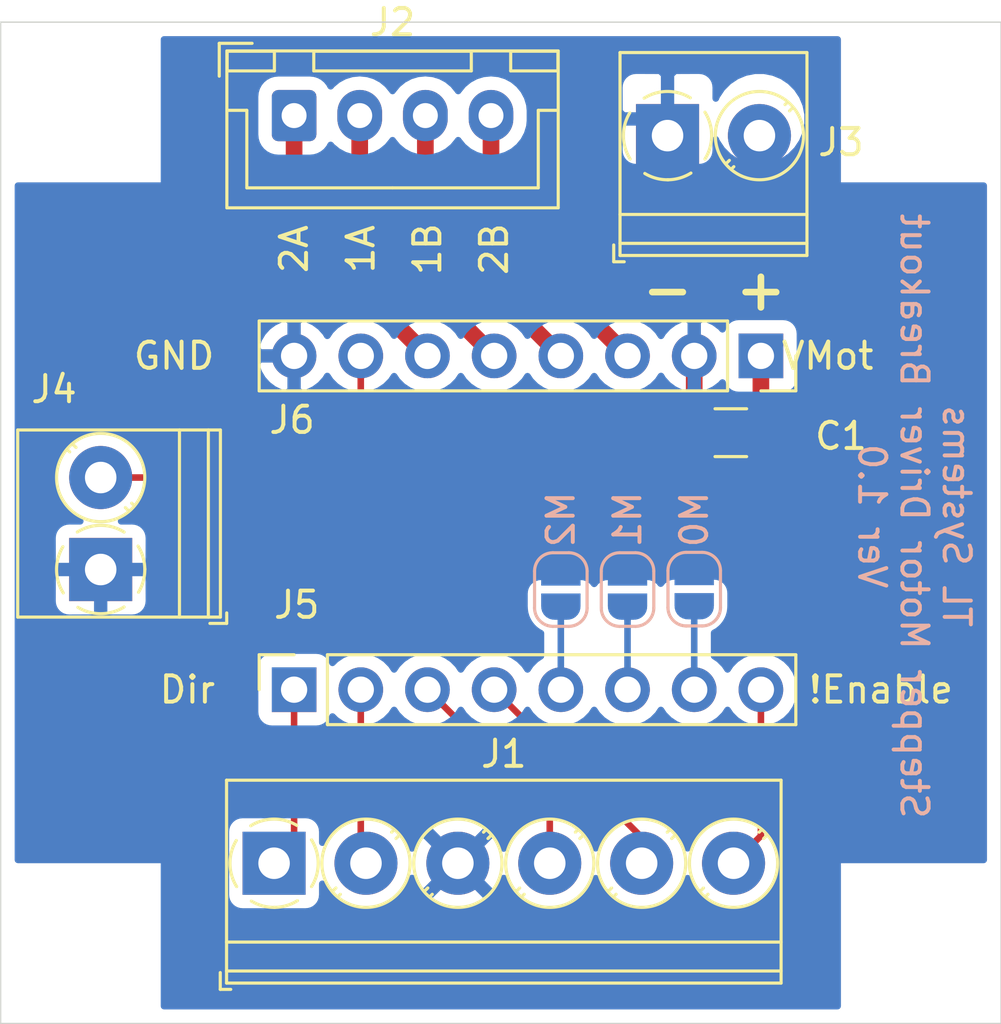
<source format=kicad_pcb>
(kicad_pcb (version 20171130) (host pcbnew "(5.1.5)-3")

  (general
    (thickness 1.6)
    (drawings 15)
    (tracks 30)
    (zones 0)
    (modules 14)
    (nets 16)
  )

  (page A4)
  (layers
    (0 F.Cu signal)
    (31 B.Cu signal)
    (36 B.SilkS user)
    (37 F.SilkS user)
    (38 B.Mask user)
    (39 F.Mask user hide)
    (44 Edge.Cuts user)
    (45 Margin user hide)
    (46 B.CrtYd user hide)
    (47 F.CrtYd user)
    (48 B.Fab user hide)
    (49 F.Fab user hide)
  )

  (setup
    (last_trace_width 0.25)
    (user_trace_width 0.635)
    (user_trace_width 1.27)
    (trace_clearance 0.2)
    (zone_clearance 0.508)
    (zone_45_only no)
    (trace_min 0.2)
    (via_size 0.8)
    (via_drill 0.4)
    (via_min_size 0.4)
    (via_min_drill 0.3)
    (uvia_size 0.3)
    (uvia_drill 0.1)
    (uvias_allowed no)
    (uvia_min_size 0.2)
    (uvia_min_drill 0.1)
    (edge_width 0.05)
    (segment_width 0.2)
    (pcb_text_width 0.3)
    (pcb_text_size 1.5 1.5)
    (mod_edge_width 0.12)
    (mod_text_size 1 1)
    (mod_text_width 0.15)
    (pad_size 1.524 1.524)
    (pad_drill 0.762)
    (pad_to_mask_clearance 0.051)
    (solder_mask_min_width 0.25)
    (aux_axis_origin 0 0)
    (visible_elements 7FFFF7FF)
    (pcbplotparams
      (layerselection 0x010f0_ffffffff)
      (usegerberextensions false)
      (usegerberattributes false)
      (usegerberadvancedattributes false)
      (creategerberjobfile false)
      (excludeedgelayer true)
      (linewidth 0.100000)
      (plotframeref false)
      (viasonmask false)
      (mode 1)
      (useauxorigin false)
      (hpglpennumber 1)
      (hpglpenspeed 20)
      (hpglpendiameter 15.000000)
      (psnegative false)
      (psa4output false)
      (plotreference true)
      (plotvalue true)
      (plotinvisibletext false)
      (padsonsilk false)
      (subtractmaskfromsilk false)
      (outputformat 1)
      (mirror false)
      (drillshape 0)
      (scaleselection 1)
      (outputdirectory "Gerbers/"))
  )

  (net 0 "")
  (net 1 /VMOT)
  (net 2 /GND)
  (net 3 /STEP)
  (net 4 /DIR)
  (net 5 /~SLEEP)
  (net 6 /~ENABLE)
  (net 7 /~RESET)
  (net 8 /~FAULT)
  (net 9 /A2)
  (net 10 /A1)
  (net 11 /B1)
  (net 12 /B2)
  (net 13 /M0)
  (net 14 /M1)
  (net 15 /M2)

  (net_class Default "This is the default net class."
    (clearance 0.2)
    (trace_width 0.25)
    (via_dia 0.8)
    (via_drill 0.4)
    (uvia_dia 0.3)
    (uvia_drill 0.1)
    (add_net /A1)
    (add_net /A2)
    (add_net /B1)
    (add_net /B2)
    (add_net /DIR)
    (add_net /GND)
    (add_net /M0)
    (add_net /M1)
    (add_net /M2)
    (add_net /STEP)
    (add_net /VMOT)
    (add_net /~ENABLE)
    (add_net /~FAULT)
    (add_net /~RESET)
    (add_net /~SLEEP)
  )

  (module Connector_JST:JST_XH_B4B-XH-A_1x04_P2.50mm_Vertical (layer F.Cu) (tedit 5C28146C) (tstamp 5E9516BB)
    (at 143.256 82.296)
    (descr "JST XH series connector, B4B-XH-A (http://www.jst-mfg.com/product/pdf/eng/eXH.pdf), generated with kicad-footprint-generator")
    (tags "connector JST XH vertical")
    (path /5E96414F)
    (fp_text reference J2 (at 3.75 -3.55) (layer F.SilkS)
      (effects (font (size 1 1) (thickness 0.15)))
    )
    (fp_text value Conn_01x04_Male (at 3.75 4.6) (layer F.Fab)
      (effects (font (size 1 1) (thickness 0.15)))
    )
    (fp_text user %R (at 3.75 2.7) (layer F.Fab)
      (effects (font (size 1 1) (thickness 0.15)))
    )
    (fp_line (start -2.85 -2.75) (end -2.85 -1.5) (layer F.SilkS) (width 0.12))
    (fp_line (start -1.6 -2.75) (end -2.85 -2.75) (layer F.SilkS) (width 0.12))
    (fp_line (start 9.3 2.75) (end 3.75 2.75) (layer F.SilkS) (width 0.12))
    (fp_line (start 9.3 -0.2) (end 9.3 2.75) (layer F.SilkS) (width 0.12))
    (fp_line (start 10.05 -0.2) (end 9.3 -0.2) (layer F.SilkS) (width 0.12))
    (fp_line (start -1.8 2.75) (end 3.75 2.75) (layer F.SilkS) (width 0.12))
    (fp_line (start -1.8 -0.2) (end -1.8 2.75) (layer F.SilkS) (width 0.12))
    (fp_line (start -2.55 -0.2) (end -1.8 -0.2) (layer F.SilkS) (width 0.12))
    (fp_line (start 10.05 -2.45) (end 8.25 -2.45) (layer F.SilkS) (width 0.12))
    (fp_line (start 10.05 -1.7) (end 10.05 -2.45) (layer F.SilkS) (width 0.12))
    (fp_line (start 8.25 -1.7) (end 10.05 -1.7) (layer F.SilkS) (width 0.12))
    (fp_line (start 8.25 -2.45) (end 8.25 -1.7) (layer F.SilkS) (width 0.12))
    (fp_line (start -0.75 -2.45) (end -2.55 -2.45) (layer F.SilkS) (width 0.12))
    (fp_line (start -0.75 -1.7) (end -0.75 -2.45) (layer F.SilkS) (width 0.12))
    (fp_line (start -2.55 -1.7) (end -0.75 -1.7) (layer F.SilkS) (width 0.12))
    (fp_line (start -2.55 -2.45) (end -2.55 -1.7) (layer F.SilkS) (width 0.12))
    (fp_line (start 6.75 -2.45) (end 0.75 -2.45) (layer F.SilkS) (width 0.12))
    (fp_line (start 6.75 -1.7) (end 6.75 -2.45) (layer F.SilkS) (width 0.12))
    (fp_line (start 0.75 -1.7) (end 6.75 -1.7) (layer F.SilkS) (width 0.12))
    (fp_line (start 0.75 -2.45) (end 0.75 -1.7) (layer F.SilkS) (width 0.12))
    (fp_line (start 0 -1.35) (end 0.625 -2.35) (layer F.Fab) (width 0.1))
    (fp_line (start -0.625 -2.35) (end 0 -1.35) (layer F.Fab) (width 0.1))
    (fp_line (start 10.45 -2.85) (end -2.95 -2.85) (layer F.CrtYd) (width 0.05))
    (fp_line (start 10.45 3.9) (end 10.45 -2.85) (layer F.CrtYd) (width 0.05))
    (fp_line (start -2.95 3.9) (end 10.45 3.9) (layer F.CrtYd) (width 0.05))
    (fp_line (start -2.95 -2.85) (end -2.95 3.9) (layer F.CrtYd) (width 0.05))
    (fp_line (start 10.06 -2.46) (end -2.56 -2.46) (layer F.SilkS) (width 0.12))
    (fp_line (start 10.06 3.51) (end 10.06 -2.46) (layer F.SilkS) (width 0.12))
    (fp_line (start -2.56 3.51) (end 10.06 3.51) (layer F.SilkS) (width 0.12))
    (fp_line (start -2.56 -2.46) (end -2.56 3.51) (layer F.SilkS) (width 0.12))
    (fp_line (start 9.95 -2.35) (end -2.45 -2.35) (layer F.Fab) (width 0.1))
    (fp_line (start 9.95 3.4) (end 9.95 -2.35) (layer F.Fab) (width 0.1))
    (fp_line (start -2.45 3.4) (end 9.95 3.4) (layer F.Fab) (width 0.1))
    (fp_line (start -2.45 -2.35) (end -2.45 3.4) (layer F.Fab) (width 0.1))
    (pad 4 thru_hole oval (at 7.5 0) (size 1.7 1.95) (drill 0.95) (layers *.Cu *.Mask)
      (net 12 /B2))
    (pad 3 thru_hole oval (at 5 0) (size 1.7 1.95) (drill 0.95) (layers *.Cu *.Mask)
      (net 11 /B1))
    (pad 2 thru_hole oval (at 2.5 0) (size 1.7 1.95) (drill 0.95) (layers *.Cu *.Mask)
      (net 10 /A1))
    (pad 1 thru_hole roundrect (at 0 0) (size 1.7 1.95) (drill 0.95) (layers *.Cu *.Mask) (roundrect_rratio 0.147059)
      (net 9 /A2))
    (model ${KISYS3DMOD}/Connector_JST.3dshapes/JST_XH_B4B-XH-A_1x04_P2.50mm_Vertical.wrl
      (at (xyz 0 0 0))
      (scale (xyz 1 1 1))
      (rotate (xyz 0 0 0))
    )
  )

  (module TerminalBlock_Phoenix:TerminalBlock_Phoenix_PT-1,5-2-3.5-H_1x02_P3.50mm_Horizontal (layer F.Cu) (tedit 5B294F3F) (tstamp 5E9503F1)
    (at 135.89 99.568 90)
    (descr "Terminal Block Phoenix PT-1,5-2-3.5-H, 2 pins, pitch 3.5mm, size 7x7.6mm^2, drill diamater 1.2mm, pad diameter 2.4mm, see , script-generated using https://github.com/pointhi/kicad-footprint-generator/scripts/TerminalBlock_Phoenix")
    (tags "THT Terminal Block Phoenix PT-1,5-2-3.5-H pitch 3.5mm size 7x7.6mm^2 drill 1.2mm pad 2.4mm")
    (path /5E950DC1)
    (fp_text reference J4 (at 6.858 -1.778 180) (layer F.SilkS)
      (effects (font (size 1 1) (thickness 0.15)))
    )
    (fp_text value Screw_Terminal_01x02 (at 1.75 5.56 90) (layer F.Fab)
      (effects (font (size 1 1) (thickness 0.15)))
    )
    (fp_text user %R (at 1.75 2.4 90) (layer F.Fab)
      (effects (font (size 1 1) (thickness 0.15)))
    )
    (fp_line (start 5.75 -3.6) (end -2.25 -3.6) (layer F.CrtYd) (width 0.05))
    (fp_line (start 5.75 5) (end 5.75 -3.6) (layer F.CrtYd) (width 0.05))
    (fp_line (start -2.25 5) (end 5.75 5) (layer F.CrtYd) (width 0.05))
    (fp_line (start -2.25 -3.6) (end -2.25 5) (layer F.CrtYd) (width 0.05))
    (fp_line (start -2.05 4.8) (end -1.65 4.8) (layer F.SilkS) (width 0.12))
    (fp_line (start -2.05 4.16) (end -2.05 4.8) (layer F.SilkS) (width 0.12))
    (fp_line (start 2.355 0.941) (end 2.226 1.069) (layer F.SilkS) (width 0.12))
    (fp_line (start 4.57 -1.275) (end 4.476 -1.181) (layer F.SilkS) (width 0.12))
    (fp_line (start 2.525 1.181) (end 2.431 1.274) (layer F.SilkS) (width 0.12))
    (fp_line (start 4.775 -1.069) (end 4.646 -0.941) (layer F.SilkS) (width 0.12))
    (fp_line (start 4.455 -1.138) (end 2.363 0.955) (layer F.Fab) (width 0.1))
    (fp_line (start 4.638 -0.955) (end 2.546 1.138) (layer F.Fab) (width 0.1))
    (fp_line (start 0.955 -1.138) (end -1.138 0.955) (layer F.Fab) (width 0.1))
    (fp_line (start 1.138 -0.955) (end -0.955 1.138) (layer F.Fab) (width 0.1))
    (fp_line (start 5.31 -3.16) (end 5.31 4.56) (layer F.SilkS) (width 0.12))
    (fp_line (start -1.81 -3.16) (end -1.81 4.56) (layer F.SilkS) (width 0.12))
    (fp_line (start -1.81 4.56) (end 5.31 4.56) (layer F.SilkS) (width 0.12))
    (fp_line (start -1.81 -3.16) (end 5.31 -3.16) (layer F.SilkS) (width 0.12))
    (fp_line (start -1.81 3) (end 5.31 3) (layer F.SilkS) (width 0.12))
    (fp_line (start -1.75 3) (end 5.25 3) (layer F.Fab) (width 0.1))
    (fp_line (start -1.81 4.1) (end 5.31 4.1) (layer F.SilkS) (width 0.12))
    (fp_line (start -1.75 4.1) (end 5.25 4.1) (layer F.Fab) (width 0.1))
    (fp_line (start -1.75 4.1) (end -1.75 -3.1) (layer F.Fab) (width 0.1))
    (fp_line (start -1.35 4.5) (end -1.75 4.1) (layer F.Fab) (width 0.1))
    (fp_line (start 5.25 4.5) (end -1.35 4.5) (layer F.Fab) (width 0.1))
    (fp_line (start 5.25 -3.1) (end 5.25 4.5) (layer F.Fab) (width 0.1))
    (fp_line (start -1.75 -3.1) (end 5.25 -3.1) (layer F.Fab) (width 0.1))
    (fp_circle (center 3.5 0) (end 5.18 0) (layer F.SilkS) (width 0.12))
    (fp_circle (center 3.5 0) (end 5 0) (layer F.Fab) (width 0.1))
    (fp_circle (center 0 0) (end 1.5 0) (layer F.Fab) (width 0.1))
    (fp_arc (start 0 0) (end -0.866 1.44) (angle -32) (layer F.SilkS) (width 0.12))
    (fp_arc (start 0 0) (end -1.44 -0.866) (angle -63) (layer F.SilkS) (width 0.12))
    (fp_arc (start 0 0) (end 0.866 -1.44) (angle -63) (layer F.SilkS) (width 0.12))
    (fp_arc (start 0 0) (end 1.425 0.891) (angle -64) (layer F.SilkS) (width 0.12))
    (fp_arc (start 0 0) (end 0 1.68) (angle -32) (layer F.SilkS) (width 0.12))
    (pad 2 thru_hole circle (at 3.5 0 90) (size 2.4 2.4) (drill 1.2) (layers *.Cu *.Mask)
      (net 8 /~FAULT))
    (pad 1 thru_hole rect (at 0 0 90) (size 2.4 2.4) (drill 1.2) (layers *.Cu *.Mask)
      (net 2 /GND))
    (model ${KISYS3DMOD}/TerminalBlock_Phoenix.3dshapes/TerminalBlock_Phoenix_PT-1,5-2-3.5-H_1x02_P3.50mm_Horizontal.wrl
      (at (xyz 0 0 0))
      (scale (xyz 1 1 1))
      (rotate (xyz 0 0 0))
    )
  )

  (module TerminalBlock_Phoenix:TerminalBlock_Phoenix_PT-1,5-6-3.5-H_1x06_P3.50mm_Horizontal (layer F.Cu) (tedit 5B294F41) (tstamp 5E95030F)
    (at 142.494 110.744)
    (descr "Terminal Block Phoenix PT-1,5-6-3.5-H, 6 pins, pitch 3.5mm, size 21x7.6mm^2, drill diamater 1.2mm, pad diameter 2.4mm, see , script-generated using https://github.com/pointhi/kicad-footprint-generator/scripts/TerminalBlock_Phoenix")
    (tags "THT Terminal Block Phoenix PT-1,5-6-3.5-H pitch 3.5mm size 21x7.6mm^2 drill 1.2mm pad 2.4mm")
    (path /5E952488)
    (fp_text reference J1 (at 8.75 -4.16) (layer F.SilkS)
      (effects (font (size 1 1) (thickness 0.15)))
    )
    (fp_text value Screw_Terminal_01x06 (at 8.75 5.56) (layer F.Fab) hide
      (effects (font (size 1 1) (thickness 0.15)))
    )
    (fp_text user %R (at 8.75 2.4) (layer F.Fab)
      (effects (font (size 1 1) (thickness 0.15)))
    )
    (fp_line (start 19.75 -3.6) (end -2.25 -3.6) (layer F.CrtYd) (width 0.05))
    (fp_line (start 19.75 5) (end 19.75 -3.6) (layer F.CrtYd) (width 0.05))
    (fp_line (start -2.25 5) (end 19.75 5) (layer F.CrtYd) (width 0.05))
    (fp_line (start -2.25 -3.6) (end -2.25 5) (layer F.CrtYd) (width 0.05))
    (fp_line (start -2.05 4.8) (end -1.65 4.8) (layer F.SilkS) (width 0.12))
    (fp_line (start -2.05 4.16) (end -2.05 4.8) (layer F.SilkS) (width 0.12))
    (fp_line (start 16.355 0.941) (end 16.226 1.069) (layer F.SilkS) (width 0.12))
    (fp_line (start 18.57 -1.275) (end 18.476 -1.181) (layer F.SilkS) (width 0.12))
    (fp_line (start 16.525 1.181) (end 16.431 1.274) (layer F.SilkS) (width 0.12))
    (fp_line (start 18.775 -1.069) (end 18.646 -0.941) (layer F.SilkS) (width 0.12))
    (fp_line (start 18.455 -1.138) (end 16.363 0.955) (layer F.Fab) (width 0.1))
    (fp_line (start 18.638 -0.955) (end 16.546 1.138) (layer F.Fab) (width 0.1))
    (fp_line (start 12.855 0.941) (end 12.726 1.069) (layer F.SilkS) (width 0.12))
    (fp_line (start 15.07 -1.275) (end 14.976 -1.181) (layer F.SilkS) (width 0.12))
    (fp_line (start 13.025 1.181) (end 12.931 1.274) (layer F.SilkS) (width 0.12))
    (fp_line (start 15.275 -1.069) (end 15.146 -0.941) (layer F.SilkS) (width 0.12))
    (fp_line (start 14.955 -1.138) (end 12.863 0.955) (layer F.Fab) (width 0.1))
    (fp_line (start 15.138 -0.955) (end 13.046 1.138) (layer F.Fab) (width 0.1))
    (fp_line (start 9.355 0.941) (end 9.226 1.069) (layer F.SilkS) (width 0.12))
    (fp_line (start 11.57 -1.275) (end 11.476 -1.181) (layer F.SilkS) (width 0.12))
    (fp_line (start 9.525 1.181) (end 9.431 1.274) (layer F.SilkS) (width 0.12))
    (fp_line (start 11.775 -1.069) (end 11.646 -0.941) (layer F.SilkS) (width 0.12))
    (fp_line (start 11.455 -1.138) (end 9.363 0.955) (layer F.Fab) (width 0.1))
    (fp_line (start 11.638 -0.955) (end 9.546 1.138) (layer F.Fab) (width 0.1))
    (fp_line (start 5.855 0.941) (end 5.726 1.069) (layer F.SilkS) (width 0.12))
    (fp_line (start 8.07 -1.275) (end 7.976 -1.181) (layer F.SilkS) (width 0.12))
    (fp_line (start 6.025 1.181) (end 5.931 1.274) (layer F.SilkS) (width 0.12))
    (fp_line (start 8.275 -1.069) (end 8.146 -0.941) (layer F.SilkS) (width 0.12))
    (fp_line (start 7.955 -1.138) (end 5.863 0.955) (layer F.Fab) (width 0.1))
    (fp_line (start 8.138 -0.955) (end 6.046 1.138) (layer F.Fab) (width 0.1))
    (fp_line (start 2.355 0.941) (end 2.226 1.069) (layer F.SilkS) (width 0.12))
    (fp_line (start 4.57 -1.275) (end 4.476 -1.181) (layer F.SilkS) (width 0.12))
    (fp_line (start 2.525 1.181) (end 2.431 1.274) (layer F.SilkS) (width 0.12))
    (fp_line (start 4.775 -1.069) (end 4.646 -0.941) (layer F.SilkS) (width 0.12))
    (fp_line (start 4.455 -1.138) (end 2.363 0.955) (layer F.Fab) (width 0.1))
    (fp_line (start 4.638 -0.955) (end 2.546 1.138) (layer F.Fab) (width 0.1))
    (fp_line (start 0.955 -1.138) (end -1.138 0.955) (layer F.Fab) (width 0.1))
    (fp_line (start 1.138 -0.955) (end -0.955 1.138) (layer F.Fab) (width 0.1))
    (fp_line (start 19.311 -3.16) (end 19.311 4.56) (layer F.SilkS) (width 0.12))
    (fp_line (start -1.81 -3.16) (end -1.81 4.56) (layer F.SilkS) (width 0.12))
    (fp_line (start -1.81 4.56) (end 19.311 4.56) (layer F.SilkS) (width 0.12))
    (fp_line (start -1.81 -3.16) (end 19.311 -3.16) (layer F.SilkS) (width 0.12))
    (fp_line (start -1.81 3) (end 19.311 3) (layer F.SilkS) (width 0.12))
    (fp_line (start -1.75 3) (end 19.25 3) (layer F.Fab) (width 0.1))
    (fp_line (start -1.81 4.1) (end 19.311 4.1) (layer F.SilkS) (width 0.12))
    (fp_line (start -1.75 4.1) (end 19.25 4.1) (layer F.Fab) (width 0.1))
    (fp_line (start -1.75 4.1) (end -1.75 -3.1) (layer F.Fab) (width 0.1))
    (fp_line (start -1.35 4.5) (end -1.75 4.1) (layer F.Fab) (width 0.1))
    (fp_line (start 19.25 4.5) (end -1.35 4.5) (layer F.Fab) (width 0.1))
    (fp_line (start 19.25 -3.1) (end 19.25 4.5) (layer F.Fab) (width 0.1))
    (fp_line (start -1.75 -3.1) (end 19.25 -3.1) (layer F.Fab) (width 0.1))
    (fp_circle (center 17.5 0) (end 19.18 0) (layer F.SilkS) (width 0.12))
    (fp_circle (center 17.5 0) (end 19 0) (layer F.Fab) (width 0.1))
    (fp_circle (center 14 0) (end 15.68 0) (layer F.SilkS) (width 0.12))
    (fp_circle (center 14 0) (end 15.5 0) (layer F.Fab) (width 0.1))
    (fp_circle (center 10.5 0) (end 12.18 0) (layer F.SilkS) (width 0.12))
    (fp_circle (center 10.5 0) (end 12 0) (layer F.Fab) (width 0.1))
    (fp_circle (center 7 0) (end 8.68 0) (layer F.SilkS) (width 0.12))
    (fp_circle (center 7 0) (end 8.5 0) (layer F.Fab) (width 0.1))
    (fp_circle (center 3.5 0) (end 5.18 0) (layer F.SilkS) (width 0.12))
    (fp_circle (center 3.5 0) (end 5 0) (layer F.Fab) (width 0.1))
    (fp_circle (center 0 0) (end 1.5 0) (layer F.Fab) (width 0.1))
    (fp_arc (start 0 0) (end -0.866 1.44) (angle -32) (layer F.SilkS) (width 0.12))
    (fp_arc (start 0 0) (end -1.44 -0.866) (angle -63) (layer F.SilkS) (width 0.12))
    (fp_arc (start 0 0) (end 0.866 -1.44) (angle -63) (layer F.SilkS) (width 0.12))
    (fp_arc (start 0 0) (end 1.425 0.891) (angle -64) (layer F.SilkS) (width 0.12))
    (fp_arc (start 0 0) (end 0 1.68) (angle -32) (layer F.SilkS) (width 0.12))
    (pad 6 thru_hole circle (at 17.5 0) (size 2.4 2.4) (drill 1.2) (layers *.Cu *.Mask)
      (net 6 /~ENABLE))
    (pad 5 thru_hole circle (at 14 0) (size 2.4 2.4) (drill 1.2) (layers *.Cu *.Mask)
      (net 7 /~RESET))
    (pad 4 thru_hole circle (at 10.5 0) (size 2.4 2.4) (drill 1.2) (layers *.Cu *.Mask)
      (net 5 /~SLEEP))
    (pad 3 thru_hole circle (at 7 0) (size 2.4 2.4) (drill 1.2) (layers *.Cu *.Mask)
      (net 2 /GND))
    (pad 2 thru_hole circle (at 3.5 0) (size 2.4 2.4) (drill 1.2) (layers *.Cu *.Mask)
      (net 3 /STEP))
    (pad 1 thru_hole rect (at 0 0) (size 2.4 2.4) (drill 1.2) (layers *.Cu *.Mask)
      (net 4 /DIR))
    (model ${KISYS3DMOD}/TerminalBlock_Phoenix.3dshapes/TerminalBlock_Phoenix_PT-1,5-6-3.5-H_1x06_P3.50mm_Horizontal.wrl
      (at (xyz 0 0 0))
      (scale (xyz 1 1 1))
      (rotate (xyz 0 0 0))
    )
  )

  (module Jumper:SolderJumper-2_P1.3mm_Open_RoundedPad1.0x1.5mm (layer B.Cu) (tedit 5B391E66) (tstamp 5E953EC0)
    (at 155.956 100.33 90)
    (descr "SMD Solder Jumper, 1x1.5mm, rounded Pads, 0.3mm gap, open")
    (tags "solder jumper open")
    (path /5E992E7F)
    (attr virtual)
    (fp_text reference M1 (at 2.667 0 270) (layer B.SilkS)
      (effects (font (size 1 1) (thickness 0.15)) (justify mirror))
    )
    (fp_text value Jumper_2_Open (at 0 -1.9 270) (layer B.Fab)
      (effects (font (size 1 1) (thickness 0.15)) (justify mirror))
    )
    (fp_line (start 1.65 -1.25) (end -1.65 -1.25) (layer B.CrtYd) (width 0.05))
    (fp_line (start 1.65 -1.25) (end 1.65 1.25) (layer B.CrtYd) (width 0.05))
    (fp_line (start -1.65 1.25) (end -1.65 -1.25) (layer B.CrtYd) (width 0.05))
    (fp_line (start -1.65 1.25) (end 1.65 1.25) (layer B.CrtYd) (width 0.05))
    (fp_line (start -0.7 1) (end 0.7 1) (layer B.SilkS) (width 0.12))
    (fp_line (start 1.4 0.3) (end 1.4 -0.3) (layer B.SilkS) (width 0.12))
    (fp_line (start 0.7 -1) (end -0.7 -1) (layer B.SilkS) (width 0.12))
    (fp_line (start -1.4 -0.3) (end -1.4 0.3) (layer B.SilkS) (width 0.12))
    (fp_arc (start -0.7 0.3) (end -0.7 1) (angle 90) (layer B.SilkS) (width 0.12))
    (fp_arc (start -0.7 -0.3) (end -1.4 -0.3) (angle 90) (layer B.SilkS) (width 0.12))
    (fp_arc (start 0.7 -0.3) (end 0.7 -1) (angle 90) (layer B.SilkS) (width 0.12))
    (fp_arc (start 0.7 0.3) (end 1.4 0.3) (angle 90) (layer B.SilkS) (width 0.12))
    (pad 2 smd custom (at 0.65 0 90) (size 1 0.5) (layers B.Cu B.Mask)
      (net 2 /GND) (zone_connect 2)
      (options (clearance outline) (anchor rect))
      (primitives
        (gr_circle (center 0 -0.25) (end 0.5 -0.25) (width 0))
        (gr_circle (center 0 0.25) (end 0.5 0.25) (width 0))
        (gr_poly (pts
           (xy 0 0.75) (xy -0.5 0.75) (xy -0.5 -0.75) (xy 0 -0.75)) (width 0))
      ))
    (pad 1 smd custom (at -0.65 0 90) (size 1 0.5) (layers B.Cu B.Mask)
      (net 14 /M1) (zone_connect 2)
      (options (clearance outline) (anchor rect))
      (primitives
        (gr_circle (center 0 -0.25) (end 0.5 -0.25) (width 0))
        (gr_circle (center 0 0.25) (end 0.5 0.25) (width 0))
        (gr_poly (pts
           (xy 0 0.75) (xy 0.5 0.75) (xy 0.5 -0.75) (xy 0 -0.75)) (width 0))
      ))
  )

  (module MountingHole:MountingHole_2.7mm_M2.5 locked (layer F.Cu) (tedit 56D1B4CB) (tstamp 5E956032)
    (at 167.132 113.792)
    (descr "Mounting Hole 2.7mm, no annular, M2.5")
    (tags "mounting hole 2.7mm no annular m2.5")
    (path /5E9AA408)
    (attr virtual)
    (fp_text reference H4 (at 0.127 2.032) (layer F.SilkS) hide
      (effects (font (size 1 1) (thickness 0.15)))
    )
    (fp_text value MountingHole (at 0 3.7) (layer F.Fab)
      (effects (font (size 1 1) (thickness 0.15)))
    )
    (fp_circle (center 0 0) (end 2.95 0) (layer F.CrtYd) (width 0.05))
    (fp_circle (center 0 0) (end 2.7 0) (layer Cmts.User) (width 0.15))
    (fp_text user %R (at 0.3 0) (layer F.Fab)
      (effects (font (size 1 1) (thickness 0.15)))
    )
    (pad 1 np_thru_hole circle (at 0 0) (size 2.7 2.7) (drill 2.7) (layers *.Cu *.Mask))
  )

  (module MountingHole:MountingHole_2.7mm_M2.5 locked (layer F.Cu) (tedit 56D1B4CB) (tstamp 5E9505F7)
    (at 167.132 81.788)
    (descr "Mounting Hole 2.7mm, no annular, M2.5")
    (tags "mounting hole 2.7mm no annular m2.5")
    (path /5E9AA3FE)
    (attr virtual)
    (fp_text reference H3 (at 0 -2.032) (layer F.SilkS) hide
      (effects (font (size 1 1) (thickness 0.15)))
    )
    (fp_text value MountingHole (at 0 3.7) (layer F.Fab)
      (effects (font (size 1 1) (thickness 0.15)))
    )
    (fp_circle (center 0 0) (end 2.95 0) (layer F.CrtYd) (width 0.05))
    (fp_circle (center 0 0) (end 2.7 0) (layer Cmts.User) (width 0.15))
    (fp_text user %R (at 0.3 0) (layer F.Fab)
      (effects (font (size 1 1) (thickness 0.15)))
    )
    (pad 1 np_thru_hole circle (at 0 0) (size 2.7 2.7) (drill 2.7) (layers *.Cu *.Mask))
  )

  (module MountingHole:MountingHole_2.7mm_M2.5 locked (layer F.Cu) (tedit 56D1B4CB) (tstamp 5E950643)
    (at 135.128 113.792)
    (descr "Mounting Hole 2.7mm, no annular, M2.5")
    (tags "mounting hole 2.7mm no annular m2.5")
    (path /5E9A9FD0)
    (attr virtual)
    (fp_text reference H2 (at 0 2.032) (layer F.SilkS) hide
      (effects (font (size 1 1) (thickness 0.15)))
    )
    (fp_text value MountingHole (at 0 3.7) (layer F.Fab)
      (effects (font (size 1 1) (thickness 0.15)))
    )
    (fp_circle (center 0 0) (end 2.95 0) (layer F.CrtYd) (width 0.05))
    (fp_circle (center 0 0) (end 2.7 0) (layer Cmts.User) (width 0.15))
    (fp_text user %R (at 0.3 0) (layer F.Fab) hide
      (effects (font (size 1 1) (thickness 0.15)))
    )
    (pad 1 np_thru_hole circle (at 0 0) (size 2.7 2.7) (drill 2.7) (layers *.Cu *.Mask))
  )

  (module MountingHole:MountingHole_2.7mm_M2.5 locked (layer F.Cu) (tedit 56D1B4CB) (tstamp 5E959388)
    (at 135.128 81.788)
    (descr "Mounting Hole 2.7mm, no annular, M2.5")
    (tags "mounting hole 2.7mm no annular m2.5")
    (path /5E9A9163)
    (attr virtual)
    (fp_text reference H1 (at 0.1016 -2.032) (layer F.SilkS) hide
      (effects (font (size 1 1) (thickness 0.15)))
    )
    (fp_text value MountingHole (at 0 3.7) (layer F.Fab)
      (effects (font (size 1 1) (thickness 0.15)))
    )
    (fp_circle (center 0 0) (end 2.95 0) (layer F.CrtYd) (width 0.05))
    (fp_circle (center 0 0) (end 2.7 0) (layer Cmts.User) (width 0.15))
    (fp_text user %R (at 0.3 0) (layer F.Fab)
      (effects (font (size 1 1) (thickness 0.15)))
    )
    (pad 1 np_thru_hole circle (at 0 0) (size 2.7 2.7) (drill 2.7) (layers *.Cu *.Mask))
  )

  (module Capacitor_SMD:C_1206_3216Metric (layer F.Cu) (tedit 5B301BBE) (tstamp 5E952826)
    (at 159.89 94.361 180)
    (descr "Capacitor SMD 1206 (3216 Metric), square (rectangular) end terminal, IPC_7351 nominal, (Body size source: http://www.tortai-tech.com/upload/download/2011102023233369053.pdf), generated with kicad-footprint-generator")
    (tags capacitor)
    (path /5E96DD45)
    (attr smd)
    (fp_text reference C1 (at -4.194 -0.127) (layer F.SilkS)
      (effects (font (size 1 1) (thickness 0.15)))
    )
    (fp_text value 0.1uF (at 0 1.82) (layer F.Fab)
      (effects (font (size 1 1) (thickness 0.15)))
    )
    (fp_line (start -1.6 0.8) (end -1.6 -0.8) (layer F.Fab) (width 0.1))
    (fp_line (start -1.6 -0.8) (end 1.6 -0.8) (layer F.Fab) (width 0.1))
    (fp_line (start 1.6 -0.8) (end 1.6 0.8) (layer F.Fab) (width 0.1))
    (fp_line (start 1.6 0.8) (end -1.6 0.8) (layer F.Fab) (width 0.1))
    (fp_line (start -0.602064 -0.91) (end 0.602064 -0.91) (layer F.SilkS) (width 0.12))
    (fp_line (start -0.602064 0.91) (end 0.602064 0.91) (layer F.SilkS) (width 0.12))
    (fp_line (start -2.28 1.12) (end -2.28 -1.12) (layer F.CrtYd) (width 0.05))
    (fp_line (start -2.28 -1.12) (end 2.28 -1.12) (layer F.CrtYd) (width 0.05))
    (fp_line (start 2.28 -1.12) (end 2.28 1.12) (layer F.CrtYd) (width 0.05))
    (fp_line (start 2.28 1.12) (end -2.28 1.12) (layer F.CrtYd) (width 0.05))
    (fp_text user %R (at 6.654999 -2.665001) (layer F.Fab)
      (effects (font (size 0.8 0.8) (thickness 0.12)))
    )
    (pad 1 smd roundrect (at -1.4 0 180) (size 1.25 1.75) (layers F.Cu F.Paste F.Mask) (roundrect_rratio 0.2)
      (net 1 /VMOT))
    (pad 2 smd roundrect (at 1.4 0 180) (size 1.25 1.75) (layers F.Cu F.Paste F.Mask) (roundrect_rratio 0.2)
      (net 2 /GND))
    (model ${KISYS3DMOD}/Capacitor_SMD.3dshapes/C_1206_3216Metric.wrl
      (at (xyz 0 0 0))
      (scale (xyz 1 1 1))
      (rotate (xyz 0 0 0))
    )
  )

  (module Connector_PinSocket_2.54mm:PinSocket_1x08_P2.54mm_Vertical locked (layer F.Cu) (tedit 5A19A420) (tstamp 5E955250)
    (at 143.256 104.14 90)
    (descr "Through hole straight socket strip, 1x08, 2.54mm pitch, single row (from Kicad 4.0.7), script generated")
    (tags "Through hole socket strip THT 1x08 2.54mm single row")
    (path /5E7EB610)
    (fp_text reference J5 (at 3.2258 0.1016 180) (layer F.SilkS)
      (effects (font (size 1 1) (thickness 0.15)))
    )
    (fp_text value Conn_01x08 (at 0 20.55 90) (layer F.Fab)
      (effects (font (size 1 1) (thickness 0.15)))
    )
    (fp_line (start -1.27 -1.27) (end 0.635 -1.27) (layer F.Fab) (width 0.1))
    (fp_line (start 0.635 -1.27) (end 1.27 -0.635) (layer F.Fab) (width 0.1))
    (fp_line (start 1.27 -0.635) (end 1.27 19.05) (layer F.Fab) (width 0.1))
    (fp_line (start 1.27 19.05) (end -1.27 19.05) (layer F.Fab) (width 0.1))
    (fp_line (start -1.27 19.05) (end -1.27 -1.27) (layer F.Fab) (width 0.1))
    (fp_line (start -1.33 1.27) (end 1.33 1.27) (layer F.SilkS) (width 0.12))
    (fp_line (start -1.33 1.27) (end -1.33 19.11) (layer F.SilkS) (width 0.12))
    (fp_line (start -1.33 19.11) (end 1.33 19.11) (layer F.SilkS) (width 0.12))
    (fp_line (start 1.33 1.27) (end 1.33 19.11) (layer F.SilkS) (width 0.12))
    (fp_line (start 1.33 -1.33) (end 1.33 0) (layer F.SilkS) (width 0.12))
    (fp_line (start 0 -1.33) (end 1.33 -1.33) (layer F.SilkS) (width 0.12))
    (fp_line (start -1.8 -1.8) (end 1.75 -1.8) (layer F.CrtYd) (width 0.05))
    (fp_line (start 1.75 -1.8) (end 1.75 19.55) (layer F.CrtYd) (width 0.05))
    (fp_line (start 1.75 19.55) (end -1.8 19.55) (layer F.CrtYd) (width 0.05))
    (fp_line (start -1.8 19.55) (end -1.8 -1.8) (layer F.CrtYd) (width 0.05))
    (fp_text user %R (at 0 8.89 180) (layer F.Fab)
      (effects (font (size 1 1) (thickness 0.15)))
    )
    (pad 1 thru_hole rect (at 0 0 90) (size 1.7 1.7) (drill 1) (layers *.Cu *.Mask)
      (net 4 /DIR))
    (pad 2 thru_hole oval (at 0 2.54 90) (size 1.7 1.7) (drill 1) (layers *.Cu *.Mask)
      (net 3 /STEP))
    (pad 3 thru_hole oval (at 0 5.08 90) (size 1.7 1.7) (drill 1) (layers *.Cu *.Mask)
      (net 5 /~SLEEP))
    (pad 4 thru_hole oval (at 0 7.62 90) (size 1.7 1.7) (drill 1) (layers *.Cu *.Mask)
      (net 7 /~RESET))
    (pad 5 thru_hole oval (at 0 10.16 90) (size 1.7 1.7) (drill 1) (layers *.Cu *.Mask)
      (net 15 /M2))
    (pad 6 thru_hole oval (at 0 12.7 90) (size 1.7 1.7) (drill 1) (layers *.Cu *.Mask)
      (net 14 /M1))
    (pad 7 thru_hole oval (at 0 15.24 90) (size 1.7 1.7) (drill 1) (layers *.Cu *.Mask)
      (net 13 /M0))
    (pad 8 thru_hole oval (at 0 17.78 90) (size 1.7 1.7) (drill 1) (layers *.Cu *.Mask)
      (net 6 /~ENABLE))
    (model ${KISYS3DMOD}/Connector_PinSocket_2.54mm.3dshapes/PinSocket_1x08_P2.54mm_Vertical.wrl
      (at (xyz 0 0 0))
      (scale (xyz 1 1 1))
      (rotate (xyz 0 0 0))
    )
  )

  (module Connector_PinSocket_2.54mm:PinSocket_1x08_P2.54mm_Vertical locked (layer F.Cu) (tedit 5A19A420) (tstamp 5E952932)
    (at 161.036 91.44 270)
    (descr "Through hole straight socket strip, 1x08, 2.54mm pitch, single row (from Kicad 4.0.7), script generated")
    (tags "Through hole socket strip THT 1x08 2.54mm single row")
    (path /5E7E9EB3)
    (fp_text reference J6 (at 2.4384 17.8562 180) (layer F.SilkS)
      (effects (font (size 1 1) (thickness 0.15)))
    )
    (fp_text value Conn_01x08 (at 0 20.55 90) (layer F.Fab)
      (effects (font (size 1 1) (thickness 0.15)))
    )
    (fp_line (start -1.27 -1.27) (end 0.635 -1.27) (layer F.Fab) (width 0.1))
    (fp_line (start 0.635 -1.27) (end 1.27 -0.635) (layer F.Fab) (width 0.1))
    (fp_line (start 1.27 -0.635) (end 1.27 19.05) (layer F.Fab) (width 0.1))
    (fp_line (start 1.27 19.05) (end -1.27 19.05) (layer F.Fab) (width 0.1))
    (fp_line (start -1.27 19.05) (end -1.27 -1.27) (layer F.Fab) (width 0.1))
    (fp_line (start -1.33 1.27) (end 1.33 1.27) (layer F.SilkS) (width 0.12))
    (fp_line (start -1.33 1.27) (end -1.33 19.11) (layer F.SilkS) (width 0.12))
    (fp_line (start -1.33 19.11) (end 1.33 19.11) (layer F.SilkS) (width 0.12))
    (fp_line (start 1.33 1.27) (end 1.33 19.11) (layer F.SilkS) (width 0.12))
    (fp_line (start 1.33 -1.33) (end 1.33 0) (layer F.SilkS) (width 0.12))
    (fp_line (start 0 -1.33) (end 1.33 -1.33) (layer F.SilkS) (width 0.12))
    (fp_line (start -1.8 -1.8) (end 1.75 -1.8) (layer F.CrtYd) (width 0.05))
    (fp_line (start 1.75 -1.8) (end 1.75 19.55) (layer F.CrtYd) (width 0.05))
    (fp_line (start 1.75 19.55) (end -1.8 19.55) (layer F.CrtYd) (width 0.05))
    (fp_line (start -1.8 19.55) (end -1.8 -1.8) (layer F.CrtYd) (width 0.05))
    (fp_text user %R (at 0 8.89) (layer F.Fab)
      (effects (font (size 1 1) (thickness 0.15)))
    )
    (pad 1 thru_hole rect (at 0 0 270) (size 1.7 1.7) (drill 1) (layers *.Cu *.Mask)
      (net 1 /VMOT))
    (pad 2 thru_hole oval (at 0 2.54 270) (size 1.7 1.7) (drill 1) (layers *.Cu *.Mask)
      (net 2 /GND))
    (pad 3 thru_hole oval (at 0 5.08 270) (size 1.7 1.7) (drill 1) (layers *.Cu *.Mask)
      (net 12 /B2))
    (pad 4 thru_hole oval (at 0 7.62 270) (size 1.7 1.7) (drill 1) (layers *.Cu *.Mask)
      (net 11 /B1))
    (pad 5 thru_hole oval (at 0 10.16 270) (size 1.7 1.7) (drill 1) (layers *.Cu *.Mask)
      (net 10 /A1))
    (pad 6 thru_hole oval (at 0 12.7 270) (size 1.7 1.7) (drill 1) (layers *.Cu *.Mask)
      (net 9 /A2))
    (pad 7 thru_hole oval (at 0 15.24 270) (size 1.7 1.7) (drill 1) (layers *.Cu *.Mask)
      (net 8 /~FAULT))
    (pad 8 thru_hole oval (at 0 17.78 270) (size 1.7 1.7) (drill 1) (layers *.Cu *.Mask)
      (net 2 /GND))
    (model ${KISYS3DMOD}/Connector_PinSocket_2.54mm.3dshapes/PinSocket_1x08_P2.54mm_Vertical.wrl
      (at (xyz 0 0 0))
      (scale (xyz 1 1 1))
      (rotate (xyz 0 0 0))
    )
  )

  (module Jumper:SolderJumper-2_P1.3mm_Open_RoundedPad1.0x1.5mm (layer B.Cu) (tedit 5B391E66) (tstamp 5E950AA2)
    (at 158.496 100.315 90)
    (descr "SMD Solder Jumper, 1x1.5mm, rounded Pads, 0.3mm gap, open")
    (tags "solder jumper open")
    (path /5E992547)
    (attr virtual)
    (fp_text reference M0 (at 2.652 0 270) (layer B.SilkS)
      (effects (font (size 1 1) (thickness 0.15)) (justify mirror))
    )
    (fp_text value Jumper_2_Open (at 3.81 -7 270) (layer B.Fab)
      (effects (font (size 1 1) (thickness 0.15)) (justify mirror))
    )
    (fp_arc (start 0.7 0.3) (end 1.4 0.3) (angle 90) (layer B.SilkS) (width 0.12))
    (fp_arc (start 0.7 -0.3) (end 0.7 -1) (angle 90) (layer B.SilkS) (width 0.12))
    (fp_arc (start -0.7 -0.3) (end -1.4 -0.3) (angle 90) (layer B.SilkS) (width 0.12))
    (fp_arc (start -0.7 0.3) (end -0.7 1) (angle 90) (layer B.SilkS) (width 0.12))
    (fp_line (start -1.4 -0.3) (end -1.4 0.3) (layer B.SilkS) (width 0.12))
    (fp_line (start 0.7 -1) (end -0.7 -1) (layer B.SilkS) (width 0.12))
    (fp_line (start 1.4 0.3) (end 1.4 -0.3) (layer B.SilkS) (width 0.12))
    (fp_line (start -0.7 1) (end 0.7 1) (layer B.SilkS) (width 0.12))
    (fp_line (start -1.65 1.25) (end 1.65 1.25) (layer B.CrtYd) (width 0.05))
    (fp_line (start -1.65 1.25) (end -1.65 -1.25) (layer B.CrtYd) (width 0.05))
    (fp_line (start 1.65 -1.25) (end 1.65 1.25) (layer B.CrtYd) (width 0.05))
    (fp_line (start 1.65 -1.25) (end -1.65 -1.25) (layer B.CrtYd) (width 0.05))
    (pad 1 smd custom (at -0.65 0 90) (size 1 0.5) (layers B.Cu B.Mask)
      (net 13 /M0) (zone_connect 2)
      (options (clearance outline) (anchor rect))
      (primitives
        (gr_circle (center 0 -0.25) (end 0.5 -0.25) (width 0))
        (gr_circle (center 0 0.25) (end 0.5 0.25) (width 0))
        (gr_poly (pts
           (xy 0 0.75) (xy 0.5 0.75) (xy 0.5 -0.75) (xy 0 -0.75)) (width 0))
      ))
    (pad 2 smd custom (at 0.65 0 90) (size 1 0.5) (layers B.Cu B.Mask)
      (net 2 /GND) (zone_connect 2)
      (options (clearance outline) (anchor rect))
      (primitives
        (gr_circle (center 0 -0.25) (end 0.5 -0.25) (width 0))
        (gr_circle (center 0 0.25) (end 0.5 0.25) (width 0))
        (gr_poly (pts
           (xy 0 0.75) (xy -0.5 0.75) (xy -0.5 -0.75) (xy 0 -0.75)) (width 0))
      ))
  )

  (module Jumper:SolderJumper-2_P1.3mm_Open_RoundedPad1.0x1.5mm locked (layer B.Cu) (tedit 5B391E66) (tstamp 5E953ED2)
    (at 153.416 100.33 90)
    (descr "SMD Solder Jumper, 1x1.5mm, rounded Pads, 0.3mm gap, open")
    (tags "solder jumper open")
    (path /5E9931FF)
    (attr virtual)
    (fp_text reference M2 (at 2.667 0 270) (layer B.SilkS)
      (effects (font (size 1 1) (thickness 0.15)) (justify mirror))
    )
    (fp_text value Jumper_2_Open (at 0 -1.9 270) (layer B.Fab)
      (effects (font (size 1 1) (thickness 0.15)) (justify mirror))
    )
    (fp_arc (start 0.7 0.3) (end 1.4 0.3) (angle 90) (layer B.SilkS) (width 0.12))
    (fp_arc (start 0.7 -0.3) (end 0.7 -1) (angle 90) (layer B.SilkS) (width 0.12))
    (fp_arc (start -0.7 -0.3) (end -1.4 -0.3) (angle 90) (layer B.SilkS) (width 0.12))
    (fp_arc (start -0.7 0.3) (end -0.7 1) (angle 90) (layer B.SilkS) (width 0.12))
    (fp_line (start -1.4 -0.3) (end -1.4 0.3) (layer B.SilkS) (width 0.12))
    (fp_line (start 0.7 -1) (end -0.7 -1) (layer B.SilkS) (width 0.12))
    (fp_line (start 1.4 0.3) (end 1.4 -0.3) (layer B.SilkS) (width 0.12))
    (fp_line (start -0.7 1) (end 0.7 1) (layer B.SilkS) (width 0.12))
    (fp_line (start -1.65 1.25) (end 1.65 1.25) (layer B.CrtYd) (width 0.05))
    (fp_line (start -1.65 1.25) (end -1.65 -1.25) (layer B.CrtYd) (width 0.05))
    (fp_line (start 1.65 -1.25) (end 1.65 1.25) (layer B.CrtYd) (width 0.05))
    (fp_line (start 1.65 -1.25) (end -1.65 -1.25) (layer B.CrtYd) (width 0.05))
    (pad 1 smd custom (at -0.65 0 90) (size 1 0.5) (layers B.Cu B.Mask)
      (net 15 /M2) (zone_connect 2)
      (options (clearance outline) (anchor rect))
      (primitives
        (gr_circle (center 0 -0.25) (end 0.5 -0.25) (width 0))
        (gr_circle (center 0 0.25) (end 0.5 0.25) (width 0))
        (gr_poly (pts
           (xy 0 0.75) (xy 0.5 0.75) (xy 0.5 -0.75) (xy 0 -0.75)) (width 0))
      ))
    (pad 2 smd custom (at 0.65 0 90) (size 1 0.5) (layers B.Cu B.Mask)
      (net 2 /GND) (zone_connect 2)
      (options (clearance outline) (anchor rect))
      (primitives
        (gr_circle (center 0 -0.25) (end 0.5 -0.25) (width 0))
        (gr_circle (center 0 0.25) (end 0.5 0.25) (width 0))
        (gr_poly (pts
           (xy 0 0.75) (xy -0.5 0.75) (xy -0.5 -0.75) (xy 0 -0.75)) (width 0))
      ))
  )

  (module TerminalBlock_Phoenix:TerminalBlock_Phoenix_PT-1,5-2-3.5-H_1x02_P3.50mm_Horizontal (layer F.Cu) (tedit 5B294F3F) (tstamp 5E955C00)
    (at 157.48 83.058)
    (descr "Terminal Block Phoenix PT-1,5-2-3.5-H, 2 pins, pitch 3.5mm, size 7x7.6mm^2, drill diamater 1.2mm, pad diameter 2.4mm, see , script-generated using https://github.com/pointhi/kicad-footprint-generator/scripts/TerminalBlock_Phoenix")
    (tags "THT Terminal Block Phoenix PT-1,5-2-3.5-H pitch 3.5mm size 7x7.6mm^2 drill 1.2mm pad 2.4mm")
    (path /5E81324A)
    (fp_text reference J3 (at 6.604 0.254) (layer F.SilkS)
      (effects (font (size 1 1) (thickness 0.15)))
    )
    (fp_text value Screw_Terminal_01x02 (at 1.75 5.56) (layer F.Fab)
      (effects (font (size 1 1) (thickness 0.15)))
    )
    (fp_arc (start 0 0) (end 0 1.68) (angle -32) (layer F.SilkS) (width 0.12))
    (fp_arc (start 0 0) (end 1.425 0.891) (angle -64) (layer F.SilkS) (width 0.12))
    (fp_arc (start 0 0) (end 0.866 -1.44) (angle -63) (layer F.SilkS) (width 0.12))
    (fp_arc (start 0 0) (end -1.44 -0.866) (angle -63) (layer F.SilkS) (width 0.12))
    (fp_arc (start 0 0) (end -0.866 1.44) (angle -32) (layer F.SilkS) (width 0.12))
    (fp_circle (center 0 0) (end 1.5 0) (layer F.Fab) (width 0.1))
    (fp_circle (center 3.5 0) (end 5 0) (layer F.Fab) (width 0.1))
    (fp_circle (center 3.5 0) (end 5.18 0) (layer F.SilkS) (width 0.12))
    (fp_line (start -1.75 -3.1) (end 5.25 -3.1) (layer F.Fab) (width 0.1))
    (fp_line (start 5.25 -3.1) (end 5.25 4.5) (layer F.Fab) (width 0.1))
    (fp_line (start 5.25 4.5) (end -1.35 4.5) (layer F.Fab) (width 0.1))
    (fp_line (start -1.35 4.5) (end -1.75 4.1) (layer F.Fab) (width 0.1))
    (fp_line (start -1.75 4.1) (end -1.75 -3.1) (layer F.Fab) (width 0.1))
    (fp_line (start -1.75 4.1) (end 5.25 4.1) (layer F.Fab) (width 0.1))
    (fp_line (start -1.81 4.1) (end 5.31 4.1) (layer F.SilkS) (width 0.12))
    (fp_line (start -1.75 3) (end 5.25 3) (layer F.Fab) (width 0.1))
    (fp_line (start -1.81 3) (end 5.31 3) (layer F.SilkS) (width 0.12))
    (fp_line (start -1.81 -3.16) (end 5.31 -3.16) (layer F.SilkS) (width 0.12))
    (fp_line (start -1.81 4.56) (end 5.31 4.56) (layer F.SilkS) (width 0.12))
    (fp_line (start -1.81 -3.16) (end -1.81 4.56) (layer F.SilkS) (width 0.12))
    (fp_line (start 5.31 -3.16) (end 5.31 4.56) (layer F.SilkS) (width 0.12))
    (fp_line (start 1.138 -0.955) (end -0.955 1.138) (layer F.Fab) (width 0.1))
    (fp_line (start 0.955 -1.138) (end -1.138 0.955) (layer F.Fab) (width 0.1))
    (fp_line (start 4.638 -0.955) (end 2.546 1.138) (layer F.Fab) (width 0.1))
    (fp_line (start 4.455 -1.138) (end 2.363 0.955) (layer F.Fab) (width 0.1))
    (fp_line (start 4.775 -1.069) (end 4.646 -0.941) (layer F.SilkS) (width 0.12))
    (fp_line (start 2.525 1.181) (end 2.431 1.274) (layer F.SilkS) (width 0.12))
    (fp_line (start 4.57 -1.275) (end 4.476 -1.181) (layer F.SilkS) (width 0.12))
    (fp_line (start 2.355 0.941) (end 2.226 1.069) (layer F.SilkS) (width 0.12))
    (fp_line (start -2.05 4.16) (end -2.05 4.8) (layer F.SilkS) (width 0.12))
    (fp_line (start -2.05 4.8) (end -1.65 4.8) (layer F.SilkS) (width 0.12))
    (fp_line (start -2.25 -3.6) (end -2.25 5) (layer F.CrtYd) (width 0.05))
    (fp_line (start -2.25 5) (end 5.75 5) (layer F.CrtYd) (width 0.05))
    (fp_line (start 5.75 5) (end 5.75 -3.6) (layer F.CrtYd) (width 0.05))
    (fp_line (start 5.75 -3.6) (end -2.25 -3.6) (layer F.CrtYd) (width 0.05))
    (fp_text user %R (at 1.75 2.4) (layer F.Fab)
      (effects (font (size 1 1) (thickness 0.15)))
    )
    (pad 1 thru_hole rect (at 0 0) (size 2.4 2.4) (drill 1.2) (layers *.Cu *.Mask)
      (net 2 /GND))
    (pad 2 thru_hole circle (at 3.5 0) (size 2.4 2.4) (drill 1.2) (layers *.Cu *.Mask)
      (net 1 /VMOT))
    (model ${KISYS3DMOD}/TerminalBlock_Phoenix.3dshapes/TerminalBlock_Phoenix_PT-1,5-2-3.5-H_1x02_P3.50mm_Horizontal.wrl
      (at (xyz 0 0 0))
      (scale (xyz 1 1 1))
      (rotate (xyz 0 0 0))
    )
  )

  (gr_line (start 132.08 116.84) (end 132.08 78.74) (layer Edge.Cuts) (width 0.05) (tstamp 5E94FD09))
  (gr_line (start 170.18 116.84) (end 132.08 116.84) (layer Edge.Cuts) (width 0.05))
  (gr_line (start 170.18 78.74) (end 170.18 116.84) (layer Edge.Cuts) (width 0.05))
  (gr_line (start 132.08 78.74) (end 170.18 78.74) (layer Edge.Cuts) (width 0.05))
  (gr_text "TL Systems\nStepper Motor Driver Breakout\nVer 1.0" (at 166.878 97.536 270) (layer B.SilkS) (tstamp 5E950AD8)
    (effects (font (size 1 1) (thickness 0.15)) (justify mirror))
  )
  (gr_text 2B (at 150.876 87.376 90) (layer F.SilkS)
    (effects (font (size 1 1) (thickness 0.15)))
  )
  (gr_text 1B (at 148.336 87.376 90) (layer F.SilkS)
    (effects (font (size 1 1) (thickness 0.15)))
  )
  (gr_text 1A (at 145.796 87.376 90) (layer F.SilkS)
    (effects (font (size 1 1) (thickness 0.15)))
  )
  (gr_text 2A (at 143.256 87.376 90) (layer F.SilkS)
    (effects (font (size 1 1) (thickness 0.15)))
  )
  (gr_text - (at 157.48 88.9) (layer F.SilkS)
    (effects (font (size 1.524 1.524) (thickness 0.254)))
  )
  (gr_text + (at 161.036 88.9) (layer F.SilkS)
    (effects (font (size 1.524 1.524) (thickness 0.254)))
  )
  (gr_text Dir (at 139.192 104.14) (layer F.SilkS)
    (effects (font (size 1 1) (thickness 0.15)))
  )
  (gr_text !Enable (at 165.608 104.14) (layer F.SilkS) (tstamp 5E9507CB)
    (effects (font (size 1 1) (thickness 0.15)))
  )
  (gr_text VMot (at 163.576 91.44) (layer F.SilkS)
    (effects (font (size 1 1) (thickness 0.15)))
  )
  (gr_text "GND\n" (at 138.684 91.44) (layer F.SilkS)
    (effects (font (size 1 1) (thickness 0.15)))
  )

  (segment (start 160.98 91.384) (end 161.036 91.44) (width 1.27) (layer F.Cu) (net 1))
  (segment (start 161.036 94.107) (end 161.29 94.361) (width 0.635) (layer F.Cu) (net 1))
  (segment (start 161.036 91.44) (end 161.036 94.107) (width 0.635) (layer F.Cu) (net 1))
  (segment (start 158.496 94.355) (end 158.49 94.361) (width 0.635) (layer F.Cu) (net 2))
  (segment (start 158.496 91.44) (end 158.496 94.355) (width 0.635) (layer F.Cu) (net 2))
  (segment (start 145.796 110.546) (end 145.994 110.744) (width 0.25) (layer F.Cu) (net 3))
  (segment (start 145.796 104.14) (end 145.796 110.546) (width 0.25) (layer F.Cu) (net 3))
  (segment (start 143.256 109.982) (end 142.494 110.744) (width 0.25) (layer F.Cu) (net 4))
  (segment (start 143.256 104.14) (end 143.256 109.982) (width 0.25) (layer F.Cu) (net 4))
  (segment (start 152.994 108.798) (end 152.994 110.744) (width 0.25) (layer F.Cu) (net 5))
  (segment (start 148.336 104.14) (end 152.994 108.798) (width 0.25) (layer F.Cu) (net 5))
  (segment (start 161.036 109.702) (end 159.994 110.744) (width 0.25) (layer F.Cu) (net 6))
  (segment (start 161.036 104.14) (end 161.036 109.702) (width 0.25) (layer F.Cu) (net 6))
  (segment (start 156.494 109.758) (end 156.494 110.744) (width 0.25) (layer F.Cu) (net 7))
  (segment (start 150.876 104.14) (end 156.494 109.758) (width 0.25) (layer F.Cu) (net 7))
  (segment (start 135.89 96.068) (end 142.692 96.068) (width 0.25) (layer F.Cu) (net 8))
  (segment (start 145.796 92.964) (end 145.796 91.44) (width 0.25) (layer F.Cu) (net 8))
  (segment (start 142.692 96.068) (end 145.796 92.964) (width 0.25) (layer F.Cu) (net 8))
  (segment (start 143.256 86.36) (end 148.336 91.44) (width 0.635) (layer F.Cu) (net 9))
  (segment (start 143.256 82.296) (end 143.256 86.36) (width 0.635) (layer F.Cu) (net 9))
  (segment (start 145.756 86.32) (end 150.876 91.44) (width 0.635) (layer F.Cu) (net 10))
  (segment (start 145.756 82.296) (end 145.756 86.32) (width 0.635) (layer F.Cu) (net 10))
  (segment (start 148.256 86.28) (end 153.416 91.44) (width 0.635) (layer F.Cu) (net 11))
  (segment (start 148.256 82.296) (end 148.256 86.28) (width 0.635) (layer F.Cu) (net 11))
  (segment (start 150.756 86.24) (end 155.956 91.44) (width 0.635) (layer F.Cu) (net 12))
  (segment (start 150.756 82.296) (end 150.756 86.24) (width 0.635) (layer F.Cu) (net 12))
  (segment (start 158.496 100.965) (end 158.496 104.14) (width 0.25) (layer B.Cu) (net 13))
  (segment (start 155.956 101.48) (end 155.956 104.14) (width 0.25) (layer B.Cu) (net 14))
  (segment (start 155.956 100.98) (end 155.956 101.48) (width 0.25) (layer B.Cu) (net 14))
  (segment (start 153.416 100.98) (end 153.416 104.14) (width 0.25) (layer B.Cu) (net 15))

  (zone (net 2) (net_name /GND) (layer B.Cu) (tstamp 5E9594DA) (hatch edge 0.508)
    (connect_pads (clearance 0.508))
    (min_thickness 0.254)
    (fill yes (arc_segments 32) (thermal_gap 0.508) (thermal_bridge_width 0.508))
    (polygon
      (pts
        (xy 164.084 84.836) (xy 170.18 84.836) (xy 170.18 110.744) (xy 164.084 110.744) (xy 164.084 116.84)
        (xy 138.176 116.84) (xy 138.176 110.744) (xy 132.08 110.744) (xy 132.08 84.836) (xy 138.176 84.836)
        (xy 138.176 78.74) (xy 164.084 78.74)
      )
    )
    (filled_polygon
      (pts
        (xy 163.957 84.836) (xy 163.95944 84.860776) (xy 163.966667 84.884601) (xy 163.978403 84.906557) (xy 163.994197 84.925803)
        (xy 164.013443 84.941597) (xy 164.035399 84.953333) (xy 164.059224 84.96056) (xy 164.084 84.963) (xy 169.52 84.963)
        (xy 169.520001 110.617) (xy 164.084 110.617) (xy 164.059224 110.61944) (xy 164.035399 110.626667) (xy 164.013443 110.638403)
        (xy 163.994197 110.654197) (xy 163.978403 110.673443) (xy 163.966667 110.695399) (xy 163.95944 110.719224) (xy 163.957 110.744)
        (xy 163.957 116.18) (xy 138.303 116.18) (xy 138.303 110.744) (xy 138.30056 110.719224) (xy 138.293333 110.695399)
        (xy 138.281597 110.673443) (xy 138.265803 110.654197) (xy 138.246557 110.638403) (xy 138.224601 110.626667) (xy 138.200776 110.61944)
        (xy 138.176 110.617) (xy 132.74 110.617) (xy 132.74 109.544) (xy 140.655928 109.544) (xy 140.655928 111.944)
        (xy 140.668188 112.068482) (xy 140.704498 112.18818) (xy 140.763463 112.298494) (xy 140.842815 112.395185) (xy 140.939506 112.474537)
        (xy 141.04982 112.533502) (xy 141.169518 112.569812) (xy 141.294 112.582072) (xy 143.694 112.582072) (xy 143.818482 112.569812)
        (xy 143.93818 112.533502) (xy 144.048494 112.474537) (xy 144.145185 112.395185) (xy 144.224537 112.298494) (xy 144.283502 112.18818)
        (xy 144.319812 112.068482) (xy 144.332072 111.944) (xy 144.332072 111.526838) (xy 144.367844 111.613199) (xy 144.568662 111.913744)
        (xy 144.824256 112.169338) (xy 145.124801 112.370156) (xy 145.45875 112.508482) (xy 145.813268 112.579) (xy 146.174732 112.579)
        (xy 146.52925 112.508482) (xy 146.863199 112.370156) (xy 147.163744 112.169338) (xy 147.311102 112.02198) (xy 148.395626 112.02198)
        (xy 148.515514 112.306836) (xy 148.83921 112.467699) (xy 149.188069 112.562322) (xy 149.548684 112.587067) (xy 149.907198 112.540985)
        (xy 150.249833 112.425846) (xy 150.472486 112.306836) (xy 150.592374 112.02198) (xy 149.494 110.923605) (xy 148.395626 112.02198)
        (xy 147.311102 112.02198) (xy 147.419338 111.913744) (xy 147.620156 111.613199) (xy 147.74719 111.306511) (xy 147.812154 111.499833)
        (xy 147.931164 111.722486) (xy 148.21602 111.842374) (xy 149.314395 110.744) (xy 149.673605 110.744) (xy 150.77198 111.842374)
        (xy 151.056836 111.722486) (xy 151.217699 111.39879) (xy 151.241969 111.30931) (xy 151.367844 111.613199) (xy 151.568662 111.913744)
        (xy 151.824256 112.169338) (xy 152.124801 112.370156) (xy 152.45875 112.508482) (xy 152.813268 112.579) (xy 153.174732 112.579)
        (xy 153.52925 112.508482) (xy 153.863199 112.370156) (xy 154.163744 112.169338) (xy 154.419338 111.913744) (xy 154.620156 111.613199)
        (xy 154.744 111.314213) (xy 154.867844 111.613199) (xy 155.068662 111.913744) (xy 155.324256 112.169338) (xy 155.624801 112.370156)
        (xy 155.95875 112.508482) (xy 156.313268 112.579) (xy 156.674732 112.579) (xy 157.02925 112.508482) (xy 157.363199 112.370156)
        (xy 157.663744 112.169338) (xy 157.919338 111.913744) (xy 158.120156 111.613199) (xy 158.244 111.314213) (xy 158.367844 111.613199)
        (xy 158.568662 111.913744) (xy 158.824256 112.169338) (xy 159.124801 112.370156) (xy 159.45875 112.508482) (xy 159.813268 112.579)
        (xy 160.174732 112.579) (xy 160.52925 112.508482) (xy 160.863199 112.370156) (xy 161.163744 112.169338) (xy 161.419338 111.913744)
        (xy 161.620156 111.613199) (xy 161.758482 111.27925) (xy 161.829 110.924732) (xy 161.829 110.563268) (xy 161.758482 110.20875)
        (xy 161.620156 109.874801) (xy 161.419338 109.574256) (xy 161.163744 109.318662) (xy 160.863199 109.117844) (xy 160.52925 108.979518)
        (xy 160.174732 108.909) (xy 159.813268 108.909) (xy 159.45875 108.979518) (xy 159.124801 109.117844) (xy 158.824256 109.318662)
        (xy 158.568662 109.574256) (xy 158.367844 109.874801) (xy 158.244 110.173787) (xy 158.120156 109.874801) (xy 157.919338 109.574256)
        (xy 157.663744 109.318662) (xy 157.363199 109.117844) (xy 157.02925 108.979518) (xy 156.674732 108.909) (xy 156.313268 108.909)
        (xy 155.95875 108.979518) (xy 155.624801 109.117844) (xy 155.324256 109.318662) (xy 155.068662 109.574256) (xy 154.867844 109.874801)
        (xy 154.744 110.173787) (xy 154.620156 109.874801) (xy 154.419338 109.574256) (xy 154.163744 109.318662) (xy 153.863199 109.117844)
        (xy 153.52925 108.979518) (xy 153.174732 108.909) (xy 152.813268 108.909) (xy 152.45875 108.979518) (xy 152.124801 109.117844)
        (xy 151.824256 109.318662) (xy 151.568662 109.574256) (xy 151.367844 109.874801) (xy 151.24081 110.181489) (xy 151.175846 109.988167)
        (xy 151.056836 109.765514) (xy 150.77198 109.645626) (xy 149.673605 110.744) (xy 149.314395 110.744) (xy 148.21602 109.645626)
        (xy 147.931164 109.765514) (xy 147.770301 110.08921) (xy 147.746031 110.17869) (xy 147.620156 109.874801) (xy 147.419338 109.574256)
        (xy 147.311102 109.46602) (xy 148.395626 109.46602) (xy 149.494 110.564395) (xy 150.592374 109.46602) (xy 150.472486 109.181164)
        (xy 150.14879 109.020301) (xy 149.799931 108.925678) (xy 149.439316 108.900933) (xy 149.080802 108.947015) (xy 148.738167 109.062154)
        (xy 148.515514 109.181164) (xy 148.395626 109.46602) (xy 147.311102 109.46602) (xy 147.163744 109.318662) (xy 146.863199 109.117844)
        (xy 146.52925 108.979518) (xy 146.174732 108.909) (xy 145.813268 108.909) (xy 145.45875 108.979518) (xy 145.124801 109.117844)
        (xy 144.824256 109.318662) (xy 144.568662 109.574256) (xy 144.367844 109.874801) (xy 144.332072 109.961162) (xy 144.332072 109.544)
        (xy 144.319812 109.419518) (xy 144.283502 109.29982) (xy 144.224537 109.189506) (xy 144.145185 109.092815) (xy 144.048494 109.013463)
        (xy 143.93818 108.954498) (xy 143.818482 108.918188) (xy 143.694 108.905928) (xy 141.294 108.905928) (xy 141.169518 108.918188)
        (xy 141.04982 108.954498) (xy 140.939506 109.013463) (xy 140.842815 109.092815) (xy 140.763463 109.189506) (xy 140.704498 109.29982)
        (xy 140.668188 109.419518) (xy 140.655928 109.544) (xy 132.74 109.544) (xy 132.74 103.29) (xy 141.767928 103.29)
        (xy 141.767928 104.99) (xy 141.780188 105.114482) (xy 141.816498 105.23418) (xy 141.875463 105.344494) (xy 141.954815 105.441185)
        (xy 142.051506 105.520537) (xy 142.16182 105.579502) (xy 142.281518 105.615812) (xy 142.406 105.628072) (xy 144.106 105.628072)
        (xy 144.230482 105.615812) (xy 144.35018 105.579502) (xy 144.460494 105.520537) (xy 144.557185 105.441185) (xy 144.636537 105.344494)
        (xy 144.695502 105.23418) (xy 144.717513 105.16162) (xy 144.849368 105.293475) (xy 145.092589 105.45599) (xy 145.362842 105.567932)
        (xy 145.64974 105.625) (xy 145.94226 105.625) (xy 146.229158 105.567932) (xy 146.499411 105.45599) (xy 146.742632 105.293475)
        (xy 146.949475 105.086632) (xy 147.066 104.91224) (xy 147.182525 105.086632) (xy 147.389368 105.293475) (xy 147.632589 105.45599)
        (xy 147.902842 105.567932) (xy 148.18974 105.625) (xy 148.48226 105.625) (xy 148.769158 105.567932) (xy 149.039411 105.45599)
        (xy 149.282632 105.293475) (xy 149.489475 105.086632) (xy 149.606 104.91224) (xy 149.722525 105.086632) (xy 149.929368 105.293475)
        (xy 150.172589 105.45599) (xy 150.442842 105.567932) (xy 150.72974 105.625) (xy 151.02226 105.625) (xy 151.309158 105.567932)
        (xy 151.579411 105.45599) (xy 151.822632 105.293475) (xy 152.029475 105.086632) (xy 152.146 104.91224) (xy 152.262525 105.086632)
        (xy 152.469368 105.293475) (xy 152.712589 105.45599) (xy 152.982842 105.567932) (xy 153.26974 105.625) (xy 153.56226 105.625)
        (xy 153.849158 105.567932) (xy 154.119411 105.45599) (xy 154.362632 105.293475) (xy 154.569475 105.086632) (xy 154.686 104.91224)
        (xy 154.802525 105.086632) (xy 155.009368 105.293475) (xy 155.252589 105.45599) (xy 155.522842 105.567932) (xy 155.80974 105.625)
        (xy 156.10226 105.625) (xy 156.389158 105.567932) (xy 156.659411 105.45599) (xy 156.902632 105.293475) (xy 157.109475 105.086632)
        (xy 157.226 104.91224) (xy 157.342525 105.086632) (xy 157.549368 105.293475) (xy 157.792589 105.45599) (xy 158.062842 105.567932)
        (xy 158.34974 105.625) (xy 158.64226 105.625) (xy 158.929158 105.567932) (xy 159.199411 105.45599) (xy 159.442632 105.293475)
        (xy 159.649475 105.086632) (xy 159.766 104.91224) (xy 159.882525 105.086632) (xy 160.089368 105.293475) (xy 160.332589 105.45599)
        (xy 160.602842 105.567932) (xy 160.88974 105.625) (xy 161.18226 105.625) (xy 161.469158 105.567932) (xy 161.739411 105.45599)
        (xy 161.982632 105.293475) (xy 162.189475 105.086632) (xy 162.35199 104.843411) (xy 162.463932 104.573158) (xy 162.521 104.28626)
        (xy 162.521 103.99374) (xy 162.463932 103.706842) (xy 162.35199 103.436589) (xy 162.189475 103.193368) (xy 161.982632 102.986525)
        (xy 161.739411 102.82401) (xy 161.469158 102.712068) (xy 161.18226 102.655) (xy 160.88974 102.655) (xy 160.602842 102.712068)
        (xy 160.332589 102.82401) (xy 160.089368 102.986525) (xy 159.882525 103.193368) (xy 159.766 103.36776) (xy 159.649475 103.193368)
        (xy 159.442632 102.986525) (xy 159.256 102.861822) (xy 159.256 101.979362) (xy 159.336192 101.936498) (xy 159.417691 101.882042)
        (xy 159.514382 101.80269) (xy 159.58369 101.733382) (xy 159.663042 101.636691) (xy 159.717498 101.555192) (xy 159.776464 101.444875)
        (xy 159.813973 101.354319) (xy 159.850282 101.234623) (xy 159.869404 101.13849) (xy 159.881664 101.014009) (xy 159.881664 100.98945)
        (xy 159.884072 100.965) (xy 159.884072 100.465) (xy 159.871812 100.340518) (xy 159.835502 100.22082) (xy 159.776537 100.110506)
        (xy 159.697185 100.013815) (xy 159.600494 99.934463) (xy 159.49018 99.875498) (xy 159.370482 99.839188) (xy 159.246 99.826928)
        (xy 157.746 99.826928) (xy 157.621518 99.839188) (xy 157.50182 99.875498) (xy 157.391506 99.934463) (xy 157.294815 100.013815)
        (xy 157.219845 100.105167) (xy 157.157185 100.028815) (xy 157.060494 99.949463) (xy 156.95018 99.890498) (xy 156.830482 99.854188)
        (xy 156.706 99.841928) (xy 155.206 99.841928) (xy 155.081518 99.854188) (xy 154.96182 99.890498) (xy 154.851506 99.949463)
        (xy 154.754815 100.028815) (xy 154.686 100.112667) (xy 154.617185 100.028815) (xy 154.520494 99.949463) (xy 154.41018 99.890498)
        (xy 154.290482 99.854188) (xy 154.166 99.841928) (xy 152.666 99.841928) (xy 152.541518 99.854188) (xy 152.42182 99.890498)
        (xy 152.311506 99.949463) (xy 152.214815 100.028815) (xy 152.135463 100.125506) (xy 152.076498 100.23582) (xy 152.040188 100.355518)
        (xy 152.027928 100.48) (xy 152.027928 100.98) (xy 152.030336 101.00445) (xy 152.030336 101.029009) (xy 152.042596 101.15349)
        (xy 152.061718 101.249623) (xy 152.098027 101.369319) (xy 152.135536 101.459875) (xy 152.194502 101.570192) (xy 152.248958 101.651691)
        (xy 152.32831 101.748382) (xy 152.397618 101.81769) (xy 152.494309 101.897042) (xy 152.575808 101.951498) (xy 152.656 101.994362)
        (xy 152.656001 102.861821) (xy 152.469368 102.986525) (xy 152.262525 103.193368) (xy 152.146 103.36776) (xy 152.029475 103.193368)
        (xy 151.822632 102.986525) (xy 151.579411 102.82401) (xy 151.309158 102.712068) (xy 151.02226 102.655) (xy 150.72974 102.655)
        (xy 150.442842 102.712068) (xy 150.172589 102.82401) (xy 149.929368 102.986525) (xy 149.722525 103.193368) (xy 149.606 103.36776)
        (xy 149.489475 103.193368) (xy 149.282632 102.986525) (xy 149.039411 102.82401) (xy 148.769158 102.712068) (xy 148.48226 102.655)
        (xy 148.18974 102.655) (xy 147.902842 102.712068) (xy 147.632589 102.82401) (xy 147.389368 102.986525) (xy 147.182525 103.193368)
        (xy 147.066 103.36776) (xy 146.949475 103.193368) (xy 146.742632 102.986525) (xy 146.499411 102.82401) (xy 146.229158 102.712068)
        (xy 145.94226 102.655) (xy 145.64974 102.655) (xy 145.362842 102.712068) (xy 145.092589 102.82401) (xy 144.849368 102.986525)
        (xy 144.717513 103.11838) (xy 144.695502 103.04582) (xy 144.636537 102.935506) (xy 144.557185 102.838815) (xy 144.460494 102.759463)
        (xy 144.35018 102.700498) (xy 144.230482 102.664188) (xy 144.106 102.651928) (xy 142.406 102.651928) (xy 142.281518 102.664188)
        (xy 142.16182 102.700498) (xy 142.051506 102.759463) (xy 141.954815 102.838815) (xy 141.875463 102.935506) (xy 141.816498 103.04582)
        (xy 141.780188 103.165518) (xy 141.767928 103.29) (xy 132.74 103.29) (xy 132.74 100.768) (xy 134.051928 100.768)
        (xy 134.064188 100.892482) (xy 134.100498 101.01218) (xy 134.159463 101.122494) (xy 134.238815 101.219185) (xy 134.335506 101.298537)
        (xy 134.44582 101.357502) (xy 134.565518 101.393812) (xy 134.69 101.406072) (xy 135.60425 101.403) (xy 135.763 101.24425)
        (xy 135.763 99.695) (xy 136.017 99.695) (xy 136.017 101.24425) (xy 136.17575 101.403) (xy 137.09 101.406072)
        (xy 137.214482 101.393812) (xy 137.33418 101.357502) (xy 137.444494 101.298537) (xy 137.541185 101.219185) (xy 137.620537 101.122494)
        (xy 137.679502 101.01218) (xy 137.715812 100.892482) (xy 137.728072 100.768) (xy 137.725 99.85375) (xy 137.56625 99.695)
        (xy 136.017 99.695) (xy 135.763 99.695) (xy 134.21375 99.695) (xy 134.055 99.85375) (xy 134.051928 100.768)
        (xy 132.74 100.768) (xy 132.74 98.368) (xy 134.051928 98.368) (xy 134.055 99.28225) (xy 134.21375 99.441)
        (xy 135.763 99.441) (xy 135.763 99.421) (xy 136.017 99.421) (xy 136.017 99.441) (xy 137.56625 99.441)
        (xy 137.725 99.28225) (xy 137.728072 98.368) (xy 137.715812 98.243518) (xy 137.679502 98.12382) (xy 137.620537 98.013506)
        (xy 137.541185 97.916815) (xy 137.444494 97.837463) (xy 137.33418 97.778498) (xy 137.214482 97.742188) (xy 137.09 97.729928)
        (xy 136.669426 97.731341) (xy 136.759199 97.694156) (xy 137.059744 97.493338) (xy 137.315338 97.237744) (xy 137.516156 96.937199)
        (xy 137.654482 96.60325) (xy 137.725 96.248732) (xy 137.725 95.887268) (xy 137.654482 95.53275) (xy 137.516156 95.198801)
        (xy 137.315338 94.898256) (xy 137.059744 94.642662) (xy 136.759199 94.441844) (xy 136.42525 94.303518) (xy 136.070732 94.233)
        (xy 135.709268 94.233) (xy 135.35475 94.303518) (xy 135.020801 94.441844) (xy 134.720256 94.642662) (xy 134.464662 94.898256)
        (xy 134.263844 95.198801) (xy 134.125518 95.53275) (xy 134.055 95.887268) (xy 134.055 96.248732) (xy 134.125518 96.60325)
        (xy 134.263844 96.937199) (xy 134.464662 97.237744) (xy 134.720256 97.493338) (xy 135.020801 97.694156) (xy 135.110574 97.731341)
        (xy 134.69 97.729928) (xy 134.565518 97.742188) (xy 134.44582 97.778498) (xy 134.335506 97.837463) (xy 134.238815 97.916815)
        (xy 134.159463 98.013506) (xy 134.100498 98.12382) (xy 134.064188 98.243518) (xy 134.051928 98.368) (xy 132.74 98.368)
        (xy 132.74 91.796891) (xy 141.814519 91.796891) (xy 141.911843 92.071252) (xy 142.060822 92.321355) (xy 142.255731 92.537588)
        (xy 142.48908 92.711641) (xy 142.751901 92.836825) (xy 142.89911 92.881476) (xy 143.129 92.760155) (xy 143.129 91.567)
        (xy 141.935186 91.567) (xy 141.814519 91.796891) (xy 132.74 91.796891) (xy 132.74 91.083109) (xy 141.814519 91.083109)
        (xy 141.935186 91.313) (xy 143.129 91.313) (xy 143.129 90.119845) (xy 143.383 90.119845) (xy 143.383 91.313)
        (xy 143.403 91.313) (xy 143.403 91.567) (xy 143.383 91.567) (xy 143.383 92.760155) (xy 143.61289 92.881476)
        (xy 143.760099 92.836825) (xy 144.02292 92.711641) (xy 144.256269 92.537588) (xy 144.451178 92.321355) (xy 144.520805 92.204466)
        (xy 144.642525 92.386632) (xy 144.849368 92.593475) (xy 145.092589 92.75599) (xy 145.362842 92.867932) (xy 145.64974 92.925)
        (xy 145.94226 92.925) (xy 146.229158 92.867932) (xy 146.499411 92.75599) (xy 146.742632 92.593475) (xy 146.949475 92.386632)
        (xy 147.066 92.21224) (xy 147.182525 92.386632) (xy 147.389368 92.593475) (xy 147.632589 92.75599) (xy 147.902842 92.867932)
        (xy 148.18974 92.925) (xy 148.48226 92.925) (xy 148.769158 92.867932) (xy 149.039411 92.75599) (xy 149.282632 92.593475)
        (xy 149.489475 92.386632) (xy 149.606 92.21224) (xy 149.722525 92.386632) (xy 149.929368 92.593475) (xy 150.172589 92.75599)
        (xy 150.442842 92.867932) (xy 150.72974 92.925) (xy 151.02226 92.925) (xy 151.309158 92.867932) (xy 151.579411 92.75599)
        (xy 151.822632 92.593475) (xy 152.029475 92.386632) (xy 152.146 92.21224) (xy 152.262525 92.386632) (xy 152.469368 92.593475)
        (xy 152.712589 92.75599) (xy 152.982842 92.867932) (xy 153.26974 92.925) (xy 153.56226 92.925) (xy 153.849158 92.867932)
        (xy 154.119411 92.75599) (xy 154.362632 92.593475) (xy 154.569475 92.386632) (xy 154.686 92.21224) (xy 154.802525 92.386632)
        (xy 155.009368 92.593475) (xy 155.252589 92.75599) (xy 155.522842 92.867932) (xy 155.80974 92.925) (xy 156.10226 92.925)
        (xy 156.389158 92.867932) (xy 156.659411 92.75599) (xy 156.902632 92.593475) (xy 157.109475 92.386632) (xy 157.231195 92.204466)
        (xy 157.300822 92.321355) (xy 157.495731 92.537588) (xy 157.72908 92.711641) (xy 157.991901 92.836825) (xy 158.13911 92.881476)
        (xy 158.369 92.760155) (xy 158.369 91.567) (xy 158.349 91.567) (xy 158.349 91.313) (xy 158.369 91.313)
        (xy 158.369 90.119845) (xy 158.623 90.119845) (xy 158.623 91.313) (xy 158.643 91.313) (xy 158.643 91.567)
        (xy 158.623 91.567) (xy 158.623 92.760155) (xy 158.85289 92.881476) (xy 159.000099 92.836825) (xy 159.26292 92.711641)
        (xy 159.496269 92.537588) (xy 159.572034 92.453534) (xy 159.596498 92.53418) (xy 159.655463 92.644494) (xy 159.734815 92.741185)
        (xy 159.831506 92.820537) (xy 159.94182 92.879502) (xy 160.061518 92.915812) (xy 160.186 92.928072) (xy 161.886 92.928072)
        (xy 162.010482 92.915812) (xy 162.13018 92.879502) (xy 162.240494 92.820537) (xy 162.337185 92.741185) (xy 162.416537 92.644494)
        (xy 162.475502 92.53418) (xy 162.511812 92.414482) (xy 162.524072 92.29) (xy 162.524072 90.59) (xy 162.511812 90.465518)
        (xy 162.475502 90.34582) (xy 162.416537 90.235506) (xy 162.337185 90.138815) (xy 162.240494 90.059463) (xy 162.13018 90.000498)
        (xy 162.010482 89.964188) (xy 161.886 89.951928) (xy 160.186 89.951928) (xy 160.061518 89.964188) (xy 159.94182 90.000498)
        (xy 159.831506 90.059463) (xy 159.734815 90.138815) (xy 159.655463 90.235506) (xy 159.596498 90.34582) (xy 159.572034 90.426466)
        (xy 159.496269 90.342412) (xy 159.26292 90.168359) (xy 159.000099 90.043175) (xy 158.85289 89.998524) (xy 158.623 90.119845)
        (xy 158.369 90.119845) (xy 158.13911 89.998524) (xy 157.991901 90.043175) (xy 157.72908 90.168359) (xy 157.495731 90.342412)
        (xy 157.300822 90.558645) (xy 157.231195 90.675534) (xy 157.109475 90.493368) (xy 156.902632 90.286525) (xy 156.659411 90.12401)
        (xy 156.389158 90.012068) (xy 156.10226 89.955) (xy 155.80974 89.955) (xy 155.522842 90.012068) (xy 155.252589 90.12401)
        (xy 155.009368 90.286525) (xy 154.802525 90.493368) (xy 154.686 90.66776) (xy 154.569475 90.493368) (xy 154.362632 90.286525)
        (xy 154.119411 90.12401) (xy 153.849158 90.012068) (xy 153.56226 89.955) (xy 153.26974 89.955) (xy 152.982842 90.012068)
        (xy 152.712589 90.12401) (xy 152.469368 90.286525) (xy 152.262525 90.493368) (xy 152.146 90.66776) (xy 152.029475 90.493368)
        (xy 151.822632 90.286525) (xy 151.579411 90.12401) (xy 151.309158 90.012068) (xy 151.02226 89.955) (xy 150.72974 89.955)
        (xy 150.442842 90.012068) (xy 150.172589 90.12401) (xy 149.929368 90.286525) (xy 149.722525 90.493368) (xy 149.606 90.66776)
        (xy 149.489475 90.493368) (xy 149.282632 90.286525) (xy 149.039411 90.12401) (xy 148.769158 90.012068) (xy 148.48226 89.955)
        (xy 148.18974 89.955) (xy 147.902842 90.012068) (xy 147.632589 90.12401) (xy 147.389368 90.286525) (xy 147.182525 90.493368)
        (xy 147.066 90.66776) (xy 146.949475 90.493368) (xy 146.742632 90.286525) (xy 146.499411 90.12401) (xy 146.229158 90.012068)
        (xy 145.94226 89.955) (xy 145.64974 89.955) (xy 145.362842 90.012068) (xy 145.092589 90.12401) (xy 144.849368 90.286525)
        (xy 144.642525 90.493368) (xy 144.520805 90.675534) (xy 144.451178 90.558645) (xy 144.256269 90.342412) (xy 144.02292 90.168359)
        (xy 143.760099 90.043175) (xy 143.61289 89.998524) (xy 143.383 90.119845) (xy 143.129 90.119845) (xy 142.89911 89.998524)
        (xy 142.751901 90.043175) (xy 142.48908 90.168359) (xy 142.255731 90.342412) (xy 142.060822 90.558645) (xy 141.911843 90.808748)
        (xy 141.814519 91.083109) (xy 132.74 91.083109) (xy 132.74 84.963) (xy 138.176 84.963) (xy 138.200776 84.96056)
        (xy 138.224601 84.953333) (xy 138.246557 84.941597) (xy 138.265803 84.925803) (xy 138.281597 84.906557) (xy 138.293333 84.884601)
        (xy 138.30056 84.860776) (xy 138.303 84.836) (xy 138.303 81.571) (xy 141.767928 81.571) (xy 141.767928 83.021)
        (xy 141.784992 83.194254) (xy 141.835528 83.36085) (xy 141.917595 83.514386) (xy 142.028038 83.648962) (xy 142.162614 83.759405)
        (xy 142.31615 83.841472) (xy 142.482746 83.892008) (xy 142.656 83.909072) (xy 143.856 83.909072) (xy 144.029254 83.892008)
        (xy 144.19585 83.841472) (xy 144.349386 83.759405) (xy 144.483962 83.648962) (xy 144.594405 83.514386) (xy 144.648777 83.412663)
        (xy 144.700866 83.476134) (xy 144.926987 83.661706) (xy 145.184967 83.799599) (xy 145.46489 83.884513) (xy 145.756 83.913185)
        (xy 146.047111 83.884513) (xy 146.327034 83.799599) (xy 146.585014 83.661706) (xy 146.811134 83.476134) (xy 146.996706 83.250014)
        (xy 147.006 83.232626) (xy 147.015294 83.250014) (xy 147.200866 83.476134) (xy 147.426987 83.661706) (xy 147.684967 83.799599)
        (xy 147.96489 83.884513) (xy 148.256 83.913185) (xy 148.547111 83.884513) (xy 148.827034 83.799599) (xy 149.085014 83.661706)
        (xy 149.311134 83.476134) (xy 149.496706 83.250014) (xy 149.506 83.232626) (xy 149.515294 83.250014) (xy 149.700866 83.476134)
        (xy 149.926987 83.661706) (xy 150.184967 83.799599) (xy 150.46489 83.884513) (xy 150.756 83.913185) (xy 151.047111 83.884513)
        (xy 151.327034 83.799599) (xy 151.585014 83.661706) (xy 151.632177 83.623) (xy 155.641928 83.623) (xy 155.654188 83.747482)
        (xy 155.690498 83.86718) (xy 155.749463 83.977494) (xy 155.828815 84.074185) (xy 155.925506 84.153537) (xy 156.03582 84.212502)
        (xy 156.155518 84.248812) (xy 156.28 84.261072) (xy 157.19425 84.258) (xy 157.353 84.09925) (xy 157.353 82.55)
        (xy 155.80375 82.55) (xy 155.645 82.70875) (xy 155.641928 83.623) (xy 151.632177 83.623) (xy 151.811134 83.476134)
        (xy 151.996706 83.250014) (xy 152.134599 82.992033) (xy 152.219513 82.71211) (xy 152.241 82.493949) (xy 152.241 82.09805)
        (xy 152.219513 81.879889) (xy 152.134599 81.599966) (xy 151.996706 81.341986) (xy 151.899057 81.223) (xy 155.641928 81.223)
        (xy 155.645 82.13725) (xy 155.80375 82.296) (xy 157.353 82.296) (xy 157.353 80.74675) (xy 157.607 80.74675)
        (xy 157.607 82.296) (xy 157.627 82.296) (xy 157.627 82.55) (xy 157.607 82.55) (xy 157.607 84.09925)
        (xy 157.76575 84.258) (xy 158.68 84.261072) (xy 158.804482 84.248812) (xy 158.92418 84.212502) (xy 159.034494 84.153537)
        (xy 159.131185 84.074185) (xy 159.210537 83.977494) (xy 159.269502 83.86718) (xy 159.305812 83.747482) (xy 159.318072 83.623)
        (xy 159.316659 83.202426) (xy 159.353844 83.292199) (xy 159.554662 83.592744) (xy 159.810256 83.848338) (xy 160.110801 84.049156)
        (xy 160.44475 84.187482) (xy 160.799268 84.258) (xy 161.160732 84.258) (xy 161.51525 84.187482) (xy 161.849199 84.049156)
        (xy 162.149744 83.848338) (xy 162.405338 83.592744) (xy 162.606156 83.292199) (xy 162.744482 82.95825) (xy 162.815 82.603732)
        (xy 162.815 82.242268) (xy 162.744482 81.88775) (xy 162.606156 81.553801) (xy 162.405338 81.253256) (xy 162.149744 80.997662)
        (xy 161.849199 80.796844) (xy 161.51525 80.658518) (xy 161.160732 80.588) (xy 160.799268 80.588) (xy 160.44475 80.658518)
        (xy 160.110801 80.796844) (xy 159.810256 80.997662) (xy 159.554662 81.253256) (xy 159.353844 81.553801) (xy 159.316659 81.643574)
        (xy 159.318072 81.223) (xy 159.305812 81.098518) (xy 159.269502 80.97882) (xy 159.210537 80.868506) (xy 159.131185 80.771815)
        (xy 159.034494 80.692463) (xy 158.92418 80.633498) (xy 158.804482 80.597188) (xy 158.68 80.584928) (xy 157.76575 80.588)
        (xy 157.607 80.74675) (xy 157.353 80.74675) (xy 157.19425 80.588) (xy 156.28 80.584928) (xy 156.155518 80.597188)
        (xy 156.03582 80.633498) (xy 155.925506 80.692463) (xy 155.828815 80.771815) (xy 155.749463 80.868506) (xy 155.690498 80.97882)
        (xy 155.654188 81.098518) (xy 155.641928 81.223) (xy 151.899057 81.223) (xy 151.811134 81.115866) (xy 151.585013 80.930294)
        (xy 151.327033 80.792401) (xy 151.04711 80.707487) (xy 150.756 80.678815) (xy 150.464889 80.707487) (xy 150.184966 80.792401)
        (xy 149.926986 80.930294) (xy 149.700866 81.115866) (xy 149.515294 81.341987) (xy 149.506 81.359374) (xy 149.496706 81.341986)
        (xy 149.311134 81.115866) (xy 149.085013 80.930294) (xy 148.827033 80.792401) (xy 148.54711 80.707487) (xy 148.256 80.678815)
        (xy 147.964889 80.707487) (xy 147.684966 80.792401) (xy 147.426986 80.930294) (xy 147.200866 81.115866) (xy 147.015294 81.341987)
        (xy 147.006 81.359374) (xy 146.996706 81.341986) (xy 146.811134 81.115866) (xy 146.585013 80.930294) (xy 146.327033 80.792401)
        (xy 146.04711 80.707487) (xy 145.756 80.678815) (xy 145.464889 80.707487) (xy 145.184966 80.792401) (xy 144.926986 80.930294)
        (xy 144.700866 81.115866) (xy 144.648777 81.179337) (xy 144.594405 81.077614) (xy 144.483962 80.943038) (xy 144.349386 80.832595)
        (xy 144.19585 80.750528) (xy 144.029254 80.699992) (xy 143.856 80.682928) (xy 142.656 80.682928) (xy 142.482746 80.699992)
        (xy 142.31615 80.750528) (xy 142.162614 80.832595) (xy 142.028038 80.943038) (xy 141.917595 81.077614) (xy 141.835528 81.23115)
        (xy 141.784992 81.397746) (xy 141.767928 81.571) (xy 138.303 81.571) (xy 138.303 79.4) (xy 163.957 79.4)
      )
    )
  )
)

</source>
